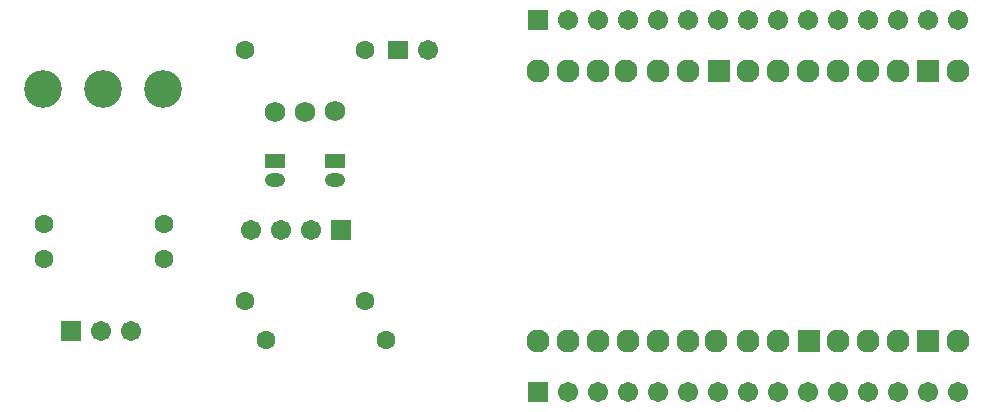
<source format=gts>
G04 Layer_Color=8388736*
%FSLAX44Y44*%
%MOMM*%
G71*
G01*
G75*
%ADD29C,1.7272*%
%ADD30R,1.7032X1.6032*%
%ADD31C,1.7032*%
%ADD32C,1.6032*%
%ADD33C,3.2032*%
%ADD34R,1.7032X1.7032*%
%ADD35O,1.7032X1.2032*%
%ADD36R,1.7032X1.2032*%
%ADD37C,1.9558*%
%ADD38R,1.9558X1.9558*%
D29*
X606044Y87884D02*
D03*
X256540Y281940D02*
D03*
X281940Y281690D02*
D03*
X307340Y282190D02*
D03*
D30*
X360680Y334010D02*
D03*
D31*
X386080D02*
D03*
X287020Y181610D02*
D03*
X236220D02*
D03*
X134620Y96520D02*
D03*
X109220D02*
D03*
X834390Y359410D02*
D03*
X808990D02*
D03*
X783590D02*
D03*
X758190D02*
D03*
X732790D02*
D03*
X707390D02*
D03*
X681990D02*
D03*
X656590D02*
D03*
X631190D02*
D03*
X605790D02*
D03*
X580390D02*
D03*
X554990D02*
D03*
X529590D02*
D03*
X504190D02*
D03*
X834390Y44450D02*
D03*
X808990D02*
D03*
X783590D02*
D03*
X758190D02*
D03*
X732790D02*
D03*
X707390D02*
D03*
X681990D02*
D03*
X656590D02*
D03*
X631190D02*
D03*
X605790D02*
D03*
X580390D02*
D03*
X554990D02*
D03*
X529590D02*
D03*
X504190D02*
D03*
X261620Y181610D02*
D03*
D32*
X231140Y334010D02*
D03*
X332740D02*
D03*
X60960Y157480D02*
D03*
X162560D02*
D03*
Y186690D02*
D03*
X60960D02*
D03*
X350520Y88900D02*
D03*
X248920D02*
D03*
X231140Y121920D02*
D03*
X332740D02*
D03*
D33*
X59690Y300990D02*
D03*
X110490D02*
D03*
X161290D02*
D03*
D34*
X312420Y181610D02*
D03*
X83820Y96520D02*
D03*
X478790Y359410D02*
D03*
Y44450D02*
D03*
D35*
X256540Y224030D02*
D03*
X307340D02*
D03*
D36*
X256540Y240030D02*
D03*
X307340D02*
D03*
D37*
X834644Y87884D02*
D03*
X733044D02*
D03*
X758444D02*
D03*
X783844D02*
D03*
X682244D02*
D03*
X656844D02*
D03*
X630174D02*
D03*
X479044D02*
D03*
X504444D02*
D03*
X529844D02*
D03*
X555244D02*
D03*
X580644D02*
D03*
X606044D02*
D03*
X834644Y316484D02*
D03*
X733044D02*
D03*
X758444D02*
D03*
X783844D02*
D03*
X707644D02*
D03*
X682244D02*
D03*
X656844D02*
D03*
X479044D02*
D03*
X504444D02*
D03*
X529844D02*
D03*
X553974D02*
D03*
X580644D02*
D03*
X606044D02*
D03*
D38*
X809244Y87884D02*
D03*
X708914D02*
D03*
X809244Y316484D02*
D03*
X632714D02*
D03*
M02*

</source>
